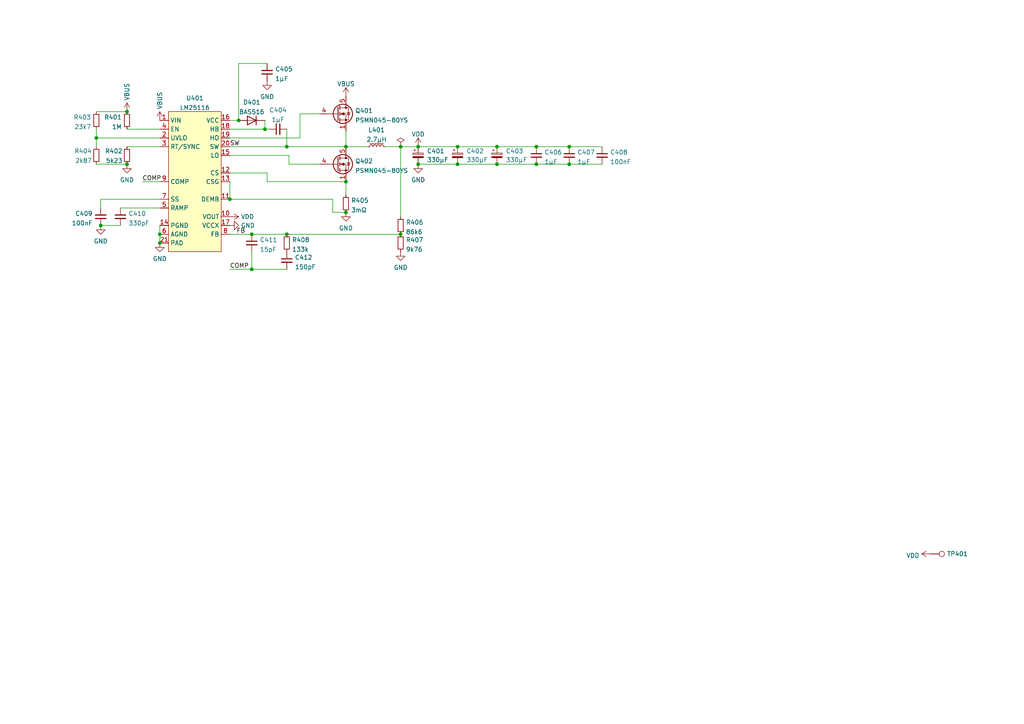
<source format=kicad_sch>
(kicad_sch (version 20211123) (generator eeschema)
  (paper "A4")
  (title_block (title "Backplane Management and Power") (date "2022-03-02") (rev "2") (company "Tristan Seifert"))
  (lib_symbols
    (symbol "68komputer-common:LM25116"
      (property "Reference" "U" (at 0 3.81 0))
      (property "Value" "LM25116" (at 0 1.27 0))
      (symbol "LM25116_0_1"
        (rectangle (start -7.62 0) (end 7.62 -40.64) (stroke (width 0.1524)) (fill (type background)))
      )
      (symbol "LM25116_1_1"
        (pin power_in line (at -10.16 -2.54 0) (length 2.54) (name "VIN") (number "1"))
        (pin input line (at 10.16 -30.48 180) (length 2.54) (name "VOUT") (number "10"))
        (pin input line (at 10.16 -25.4 180) (length 2.54) (name "DEMB") (number "11"))
        (pin input line (at 10.16 -17.78 180) (length 2.54) (name "CS") (number "12"))
        (pin input line (at 10.16 -20.32 180) (length 2.54) (name "CSG") (number "13"))
        (pin power_in line (at -10.16 -33.02 0) (length 2.54) (name "PGND") (number "14"))
        (pin output line (at 10.16 -12.7 180) (length 2.54) (name "LO") (number "15"))
        (pin passive line (at 10.16 -2.54 180) (length 2.54) (name "VCC") (number "16"))
        (pin input line (at 10.16 -33.02 180) (length 2.54) (name "VCCX") (number "17"))
        (pin passive line (at 10.16 -5.08 180) (length 2.54) (name "HB") (number "18"))
        (pin output line (at 10.16 -7.62 180) (length 2.54) (name "HO") (number "19"))
        (pin input line (at -10.16 -7.62 0) (length 2.54) (name "UVLO") (number "2"))
        (pin output line (at 10.16 -10.16 180) (length 2.54) (name "SW") (number "20"))
        (pin power_in line (at -10.16 -38.1 0) (length 2.54) (name "PAD") (number "21"))
        (pin input line (at -10.16 -10.16 0) (length 2.54) (name "RT/SYNC") (number "3"))
        (pin input line (at -10.16 -5.08 0) (length 2.54) (name "EN") (number "4"))
        (pin passive line (at -10.16 -27.94 0) (length 2.54) (name "RAMP") (number "5"))
        (pin power_in line (at -10.16 -35.56 0) (length 2.54) (name "AGND") (number "6"))
        (pin passive line (at -10.16 -25.4 0) (length 2.54) (name "SS") (number "7"))
        (pin input line (at 10.16 -35.56 180) (length 2.54) (name "FB") (number "8"))
        (pin input line (at -10.16 -20.32 0) (length 2.54) (name "COMP") (number "9"))
      )
    )
    (symbol "Connector:TestPoint" (pin_numbers hide) (pin_names (offset 0.762) hide)
      (property "Reference" "TP" (at 0 6.858 0))
      (property "Value" "TestPoint" (at 0 5.08 0))
      (symbol "TestPoint_0_1"
        (circle (center 0 3.302) (radius 0.762))
      )
      (symbol "TestPoint_1_1"
        (pin passive line (at 0 0 90) (length 2.54) (name "1") (number "1"))
      )
    )
    (symbol "Device:C_Polarized_Small" (pin_numbers hide) (pin_names (offset 0.254) hide)
      (property "Reference" "C" (at 0.254 1.778 0))
      (property "Value" "C_Polarized_Small" (at 0.254 -2.032 0))
      (symbol "C_Polarized_Small_0_1"
        (rectangle (start -1.524 -0.3048) (end 1.524 -0.6858) (fill (type outline)))
        (rectangle (start -1.524 0.6858) (end 1.524 0.3048))
        (polyline (pts (xy -1.27 1.524) (xy -0.762 1.524)))
        (polyline (pts (xy -1.016 1.27) (xy -1.016 1.778)))
      )
      (symbol "C_Polarized_Small_1_1"
        (pin passive line (at 0 2.54 270) (length 1.8542) (name "~") (number "1"))
        (pin passive line (at 0 -2.54 90) (length 1.8542) (name "~") (number "2"))
      )
    )
    (symbol "Device:C_Small" (pin_numbers hide) (pin_names (offset 0.254) hide)
      (property "Reference" "C" (at 0.254 1.778 0))
      (property "Value" "C_Small" (at 0.254 -2.032 0))
      (symbol "C_Small_0_1"
        (polyline (pts (xy -1.524 -0.508) (xy 1.524 -0.508)) (stroke (width 0.3302)))
        (polyline (pts (xy -1.524 0.508) (xy 1.524 0.508)) (stroke (width 0.3048)))
      )
      (symbol "C_Small_1_1"
        (pin passive line (at 0 2.54 270) (length 2.032) (name "~") (number "1"))
        (pin passive line (at 0 -2.54 90) (length 2.032) (name "~") (number "2"))
      )
    )
    (symbol "Device:L_Ferrite_Small" (pin_numbers hide) (pin_names (offset 0.254) hide)
      (property "Reference" "L" (at 1.27 1.016 0))
      (property "Value" "L_Ferrite_Small" (at 1.27 -1.27 0))
      (symbol "L_Ferrite_Small_0_1"
        (arc (start 0 -2.032) (mid 0.508 -1.524) (end 0 -1.016))
        (arc (start 0 -1.016) (mid 0.508 -0.508) (end 0 0))
        (polyline (pts (xy 0.762 -1.905) (xy 0.762 -1.651)))
        (polyline (pts (xy 0.762 -1.397) (xy 0.762 -1.143)))
        (polyline (pts (xy 0.762 -0.889) (xy 0.762 -0.635)))
        (polyline (pts (xy 0.762 -0.381) (xy 0.762 -0.127)))
        (polyline (pts (xy 0.762 0.127) (xy 0.762 0.381)))
        (polyline (pts (xy 0.762 0.635) (xy 0.762 0.889)))
        (polyline (pts (xy 0.762 1.143) (xy 0.762 1.397)))
        (polyline (pts (xy 0.762 1.651) (xy 0.762 1.905)))
        (polyline (pts (xy 1.016 -1.651) (xy 1.016 -1.905)))
        (polyline (pts (xy 1.016 -1.143) (xy 1.016 -1.397)))
        (polyline (pts (xy 1.016 -0.635) (xy 1.016 -0.889)))
        (polyline (pts (xy 1.016 -0.127) (xy 1.016 -0.381)))
        (polyline (pts (xy 1.016 0.381) (xy 1.016 0.127)))
        (polyline (pts (xy 1.016 0.889) (xy 1.016 0.635)))
        (polyline (pts (xy 1.016 1.397) (xy 1.016 1.143)))
        (polyline (pts (xy 1.016 1.905) (xy 1.016 1.651)))
        (arc (start 0 0) (mid 0.508 0.508) (end 0 1.016))
        (arc (start 0 1.016) (mid 0.508 1.524) (end 0 2.032))
      )
      (symbol "L_Ferrite_Small_1_1"
        (pin passive line (at 0 2.54 270) (length 0.508) (name "~") (number "1"))
        (pin passive line (at 0 -2.54 90) (length 0.508) (name "~") (number "2"))
      )
    )
    (symbol "Device:R_Small" (pin_numbers hide) (pin_names (offset 0.254) hide)
      (property "Reference" "R" (at 0.762 0.508 0))
      (property "Value" "R_Small" (at 0.762 -1.016 0))
      (symbol "R_Small_0_1"
        (rectangle (start -0.762 1.778) (end 0.762 -1.778) (stroke (width 0.2032)))
      )
      (symbol "R_Small_1_1"
        (pin passive line (at 0 2.54 270) (length 0.762) (name "~") (number "1"))
        (pin passive line (at 0 -2.54 90) (length 0.762) (name "~") (number "2"))
      )
    )
    (symbol "Diode:BAS516" (pin_numbers hide) (pin_names (offset 1.016) hide)
      (property "Reference" "D" (at 0 2.54 0))
      (property "Value" "BAS516" (at 0 -2.54 0))
      (symbol "BAS516_0_1"
        (polyline (pts (xy -1.27 1.27) (xy -1.27 -1.27)) (stroke (width 0.254)))
        (polyline (pts (xy 1.27 0) (xy -1.27 0)))
        (polyline (pts (xy 1.27 1.27) (xy 1.27 -1.27) (xy -1.27 0) (xy 1.27 1.27)) (stroke (width 0.254)))
      )
      (symbol "BAS516_1_1"
        (pin passive line (at -3.81 0 0) (length 2.54) (name "K") (number "1"))
        (pin passive line (at 3.81 0 180) (length 2.54) (name "A") (number "2"))
      )
    )
    (symbol "Transistor_FET:PSMN5R2-60YL" (pin_names hide)
      (property "Reference" "Q" (at 6.35 2.54 0))
      (property "Value" "PSMN5R2-60YL" (at 12.7 0 0))
      (symbol "PSMN5R2-60YL_0_1"
        (polyline (pts (xy 0.254 0) (xy -2.54 0)))
        (polyline (pts (xy 0.254 1.905) (xy 0.254 -1.905)) (stroke (width 0.254)))
        (polyline (pts (xy 0.762 -1.27) (xy 0.762 -2.286)) (stroke (width 0.254)))
        (polyline (pts (xy 0.762 0.508) (xy 0.762 -0.508)) (stroke (width 0.254)))
        (polyline (pts (xy 0.762 2.286) (xy 0.762 1.27)) (stroke (width 0.254)))
        (polyline (pts (xy 2.54 2.54) (xy 2.54 1.778)))
        (polyline (pts (xy 2.54 -2.54) (xy 2.54 0) (xy 0.762 0)))
        (polyline (pts (xy 0.762 -1.778) (xy 3.302 -1.778) (xy 3.302 1.778) (xy 0.762 1.778)))
        (polyline (pts (xy 1.016 0) (xy 2.032 0.381) (xy 2.032 -0.381) (xy 1.016 0)) (fill (type outline)))
        (polyline (pts (xy 2.794 0.508) (xy 2.921 0.381) (xy 3.683 0.381) (xy 3.81 0.254)))
        (polyline (pts (xy 3.302 0.381) (xy 2.921 -0.254) (xy 3.683 -0.254) (xy 3.302 0.381)))
        (circle (center 1.651 0) (radius 2.794) (stroke (width 0.254)))
        (circle (center 2.54 -1.778) (radius 0.254) (fill (type outline)))
        (circle (center 2.54 1.778) (radius 0.254) (fill (type outline)))
      )
      (symbol "PSMN5R2-60YL_1_1"
        (pin passive line (at 2.54 -5.08 90) (length 2.54) (name "S") (number "1"))
        (pin passive line (at 2.54 -5.08 90) (length 2.54) hide (name "S") (number "2"))
        (pin passive line (at 2.54 -5.08 90) (length 2.54) hide (name "S") (number "3"))
        (pin passive line (at -5.08 0 0) (length 2.54) (name "G") (number "4"))
        (pin passive line (at 2.54 5.08 270) (length 2.54) (name "D") (number "5"))
      )
    )
    (symbol "power:GND" (power) (pin_names (offset 0))
      (property "Value" "GND" (at 0 -3.81 0))
      (symbol "GND_0_1"
        (polyline (pts (xy 0 0) (xy 0 -1.27) (xy 1.27 -1.27) (xy 0 -2.54) (xy -1.27 -1.27) (xy 0 -1.27)))
      )
      (symbol "GND_1_1"
        (pin power_in line (at 0 0 270) (length 0) hide (name "GND") (number "1"))
      )
    )
    (symbol "power:PWR_FLAG" (power) (pin_numbers hide) (pin_names (offset 0) hide)
      (property "Value" "PWR_FLAG" (at 0 3.81 0))
      (symbol "PWR_FLAG_0_0"
        (pin power_out line (at 0 0 90) (length 0) (name "pwr") (number "1"))
      )
      (symbol "PWR_FLAG_0_1"
        (polyline (pts (xy 0 0) (xy 0 1.27) (xy -1.016 1.905) (xy 0 2.54) (xy 1.016 1.905) (xy 0 1.27)))
      )
    )
    (symbol "power:VBUS" (power) (pin_names (offset 0))
      (property "Value" "VBUS" (at 0 3.81 0))
      (symbol "VBUS_0_1"
        (polyline (pts (xy -0.762 1.27) (xy 0 2.54)))
        (polyline (pts (xy 0 0) (xy 0 2.54)))
        (polyline (pts (xy 0 2.54) (xy 0.762 1.27)))
      )
      (symbol "VBUS_1_1"
        (pin power_in line (at 0 0 90) (length 0) hide (name "VBUS") (number "1"))
      )
    )
    (symbol "power:VDD" (power) (pin_names (offset 0))
      (property "Value" "VDD" (at 0 3.81 0))
      (symbol "VDD_0_1"
        (polyline (pts (xy -0.762 1.27) (xy 0 2.54)))
        (polyline (pts (xy 0 0) (xy 0 2.54)))
        (polyline (pts (xy 0 2.54) (xy 0.762 1.27)))
      )
      (symbol "VDD_1_1"
        (pin power_in line (at 0 0 90) (length 0) hide (name "VDD") (number "1"))
      )
    )
  )
  (junction (at 83.185 67.945))
  (junction (at 27.94 40.005))
  (junction (at 155.575 42.545))
  (junction (at 100.33 61.595))
  (junction (at 121.285 42.545))
  (junction (at 73.025 78.105))
  (junction (at 121.285 47.625))
  (junction (at 46.355 70.485))
  (junction (at 132.715 47.625))
  (junction (at 76.835 37.465))
  (junction (at 66.675 57.785))
  (junction (at 36.83 32.385))
  (junction (at 69.215 34.925))
  (junction (at 100.33 42.545))
  (junction (at 29.21 65.405))
  (junction (at 165.1 47.625))
  (junction (at 144.145 47.625))
  (junction (at 46.355 67.945))
  (junction (at 132.715 42.545))
  (junction (at 100.33 52.705))
  (junction (at 36.83 47.625))
  (junction (at 144.145 42.545))
  (junction (at 83.185 42.545))
  (junction (at 73.025 67.945))
  (junction (at 165.1 42.545))
  (junction (at 116.205 42.545))
  (junction (at 116.205 67.945))
  (junction (at 155.575 47.625))
  (wire (pts (xy 36.83 37.465) (xy 46.355 37.465)))
  (wire (pts (xy 46.355 67.945) (xy 46.355 70.485)))
  (wire (pts (xy 73.025 78.105) (xy 73.025 73.025)))
  (wire (pts (xy 66.675 50.165) (xy 77.47 50.165)))
  (wire (pts (xy 144.145 42.545) (xy 155.575 42.545)))
  (wire (pts (xy 83.82 45.085) (xy 83.82 47.625)))
  (wire (pts (xy 66.675 52.705) (xy 66.675 57.785)))
  (wire (pts (xy 96.52 57.785) (xy 96.52 61.595)))
  (wire (pts (xy 83.82 47.625) (xy 92.71 47.625)))
  (wire (pts (xy 111.76 42.545) (xy 116.205 42.545)))
  (wire (pts (xy 66.675 42.545) (xy 83.185 42.545)))
  (wire (pts (xy 100.33 42.545) (xy 106.68 42.545)))
  (wire (pts (xy 41.275 52.705) (xy 46.355 52.705)))
  (wire (pts (xy 116.205 42.545) (xy 116.205 62.865)))
  (wire (pts (xy 116.205 42.545) (xy 121.285 42.545)))
  (wire (pts (xy 155.575 42.545) (xy 165.1 42.545)))
  (wire (pts (xy 73.025 67.945) (xy 83.185 67.945)))
  (wire (pts (xy 76.835 37.465) (xy 78.105 37.465)))
  (wire (pts (xy 27.94 37.465) (xy 27.94 40.005)))
  (wire (pts (xy 46.355 65.405) (xy 46.355 67.945)))
  (wire (pts (xy 36.83 42.545) (xy 46.355 42.545)))
  (wire (pts (xy 77.47 50.165) (xy 77.47 52.705)))
  (wire (pts (xy 66.675 40.005) (xy 86.995 40.005)))
  (wire (pts (xy 66.675 57.785) (xy 96.52 57.785)))
  (wire (pts (xy 83.185 78.105) (xy 73.025 78.105)))
  (wire (pts (xy 27.94 47.625) (xy 36.83 47.625)))
  (wire (pts (xy 83.185 37.465) (xy 83.185 42.545)))
  (wire (pts (xy 69.215 18.415) (xy 77.47 18.415)))
  (wire (pts (xy 144.145 47.625) (xy 155.575 47.625)))
  (wire (pts (xy 165.1 47.625) (xy 174.625 47.625)))
  (wire (pts (xy 96.52 61.595) (xy 100.33 61.595)))
  (wire (pts (xy 132.715 42.545) (xy 144.145 42.545)))
  (wire (pts (xy 66.675 67.945) (xy 73.025 67.945)))
  (wire (pts (xy 66.675 45.085) (xy 83.82 45.085)))
  (wire (pts (xy 29.21 60.325) (xy 29.21 57.785)))
  (wire (pts (xy 100.33 52.705) (xy 100.33 56.515)))
  (wire (pts (xy 155.575 47.625) (xy 165.1 47.625)))
  (wire (pts (xy 121.285 47.625) (xy 132.715 47.625)))
  (wire (pts (xy 27.94 40.005) (xy 27.94 42.545)))
  (wire (pts (xy 66.675 34.925) (xy 69.215 34.925)))
  (wire (pts (xy 29.21 65.405) (xy 34.925 65.405)))
  (wire (pts (xy 69.215 18.415) (xy 69.215 34.925)))
  (wire (pts (xy 132.715 47.625) (xy 144.145 47.625)))
  (wire (pts (xy 29.21 57.785) (xy 46.355 57.785)))
  (wire (pts (xy 86.995 40.005) (xy 86.995 33.02)))
  (wire (pts (xy 66.675 78.105) (xy 73.025 78.105)))
  (wire (pts (xy 121.285 42.545) (xy 132.715 42.545)))
  (wire (pts (xy 83.185 67.945) (xy 116.205 67.945)))
  (wire (pts (xy 76.835 34.925) (xy 76.835 37.465)))
  (wire (pts (xy 100.33 38.1) (xy 100.33 42.545)))
  (wire (pts (xy 86.995 33.02) (xy 92.71 33.02)))
  (wire (pts (xy 83.185 42.545) (xy 100.33 42.545)))
  (wire (pts (xy 27.94 32.385) (xy 36.83 32.385)))
  (wire (pts (xy 46.355 40.005) (xy 27.94 40.005)))
  (wire (pts (xy 34.925 60.325) (xy 46.355 60.325)))
  (wire (pts (xy 165.1 42.545) (xy 174.625 42.545)))
  (wire (pts (xy 66.675 37.465) (xy 76.835 37.465)))
  (wire (pts (xy 77.47 52.705) (xy 100.33 52.705)))
  (label "COMP" (at 66.675 78.105 0))
  (label "FB" (at 68.58 67.945 0))
  (label "SW" (at 66.675 42.545 0))
  (label "COMP" (at 41.275 52.705 0))
  (symbol (lib_id "power:VBUS") (at 36.83 32.385 0) (unit 1)
    (property "Reference" "#PWR0404" (effects hide))
    (property "Value" "VBUS" (at 36.83 29.21 90) (effects (justify left)))
  )
  (symbol (lib_id "Device:R_Small") (at 100.33 59.055 0) (unit 1)
    (property "Reference" "R405" (at 101.8286 58.1465 0) (effects (justify left)))
    (property "Value" "3mΩ" (at 101.8286 60.9216 0) (effects (justify left)))
    (property "Footprint" "Resistor_SMD:R_2512_6332Metric_Pad1.40x3.35mm_HandSolder" (effects hide))
    (property "MPN" "LRMAP2512-R003FT4" (effects hide))
  )
  (symbol (lib_id "power:GND") (at 121.285 47.625 0) (unit 1)
    (property "Reference" "#PWR0114" (effects hide))
    (property "Value" "GND" (at 121.285 52.1875 0))
  )
  (symbol (lib_id "Device:R_Small") (at 116.205 65.405 0) (unit 1)
    (property "Reference" "R406" (at 117.7036 64.4965 0) (effects (justify left)))
    (property "Value" "86k6" (at 117.7036 67.2716 0) (effects (justify left)))
    (property "Footprint" "Resistor_SMD:R_0805_2012Metric" (effects hide))
    (property "MPN" "RC0805FR-0786K6L" (effects hide))
  )
  (symbol (lib_id "power:VDD") (at 121.285 42.545 0) (unit 1)
    (property "Reference" "#PWR0115" (effects hide))
    (property "Value" "VDD" (at 121.285 38.9405 0))
  )
  (symbol (lib_id "Device:R_Small") (at 116.205 70.485 0) (unit 1)
    (property "Reference" "R407" (at 117.7036 69.5765 0) (effects (justify left)))
    (property "Value" "9k76" (at 117.7036 72.3516 0) (effects (justify left)))
    (property "Footprint" "Resistor_SMD:R_0805_2012Metric" (effects hide))
    (property "MPN" "RC0805FR-079K76L" (effects hide))
  )
  (symbol (lib_id "Device:C_Small") (at 155.575 45.085 0) (unit 1)
    (property "Reference" "C406" (at 157.8991 44.1765 0) (effects (justify left)))
    (property "Value" "1µF" (at 157.8991 46.9516 0) (effects (justify left)))
    (property "Footprint" "Capacitor_SMD:C_0805_2012Metric" (effects hide))
  )
  (symbol (lib_id "68komputer-common:LM25116") (at 56.515 32.385 0) (unit 1)
    (property "Reference" "U401" (at 56.515 28.4693 0))
    (property "Value" "LM25116" (at 56.515 31.2444 0))
    (property "Footprint" "Package_SO:HTSSOP-20-1EP_4.4x6.5mm_P0.65mm_EP2.85x4mm" (effects hide))
    (property "Datasheet" "https://www.ti.com/lit/ds/symlink/lm25116.pdf" (effects hide))
  )
  (symbol (lib_id "Device:C_Polarized_Small") (at 144.145 45.085 0) (unit 1)
    (property "Reference" "C403" (at 146.685 43.815 0) (effects (justify left)))
    (property "Value" "330µF" (at 146.685 46.355 0) (effects (justify left)))
    (property "Footprint" "Capacitor_THT:CP_Radial_D8.0mm_P3.50mm" (effects hide))
    (property "MPN" "860010474012" (effects hide))
  )
  (symbol (lib_id "power:VBUS") (at 100.33 27.94 0) (unit 1)
    (property "Reference" "#PWR0402" (effects hide))
    (property "Value" "VBUS" (at 100.33 24.3355 0))
  )
  (symbol (lib_id "Device:C_Small") (at 165.1 45.085 0) (unit 1)
    (property "Reference" "C407" (at 167.4241 44.1765 0) (effects (justify left)))
    (property "Value" "1µF" (at 167.4241 46.9516 0) (effects (justify left)))
    (property "Footprint" "Capacitor_SMD:C_0805_2012Metric" (effects hide))
  )
  (symbol (lib_id "Connector:TestPoint") (at 269.875 160.655 270) (unit 1)
    (property "Reference" "TP401" (at 274.6502 160.655 90) (effects (justify left)))
    (property "Value" "VDD" (effects hide))
    (property "Footprint" "TestPoint:TestPoint_Loop_D2.60mm_Drill1.4mm_Beaded" (effects hide))
    (property "MPN" "534-5001" (effects hide))
  )
  (symbol (lib_id "Transistor_FET:PSMN5R2-60YL") (at 97.79 47.625 0) (unit 1)
    (property "Reference" "Q402" (at 102.997 46.7165 0) (effects (justify left)))
    (property "Value" "PSMN045-80YS" (at 102.997 49.4916 0) (effects (justify left)))
    (property "Footprint" "Package_TO_SOT_SMD:LFPAK56" (effects hide))
    (property "Datasheet" "https://www.mouser.com/datasheet/2/916/PSMN045-80YS-1320711.pdf" (effects hide))
    (property "MPN" "PSMN045-80YS,115" (effects hide))
  )
  (symbol (lib_id "Device:L_Ferrite_Small") (at 109.22 42.545 90) (unit 1)
    (property "Reference" "L401" (at 109.22 37.6895 90))
    (property "Value" "2.7µH" (at 109.22 40.4646 90))
    (property "Footprint" "68komputer-common:Bourns_Inc.-SRP1250-0-0-MFG" (effects hide))
    (property "MPN" "SRP1250-2R7M" (effects hide))
  )
  (symbol (lib_id "Transistor_FET:PSMN5R2-60YL") (at 97.79 33.02 0) (unit 1)
    (property "Reference" "Q401" (at 102.997 32.1115 0) (effects (justify left)))
    (property "Value" "PSMN045-80YS" (at 102.997 34.8866 0) (effects (justify left)))
    (property "Footprint" "Package_TO_SOT_SMD:LFPAK56" (effects hide))
    (property "Datasheet" "https://www.mouser.com/datasheet/2/916/PSMN045-80YS-1320711.pdf" (effects hide))
    (property "MPN" "PSMN045-80YS,115" (effects hide))
  )
  (symbol (lib_id "power:GND") (at 116.205 73.025 0) (unit 1)
    (property "Reference" "#PWR0412" (effects hide))
    (property "Value" "GND" (at 116.205 77.5875 0))
  )
  (symbol (lib_id "power:VDD") (at 269.875 160.655 90) (unit 1)
    (property "Reference" "#PWR0401" (effects hide))
    (property "Value" "VDD" (at 266.7 161.134 90) (effects (justify left)))
  )
  (symbol (lib_id "Device:C_Small") (at 174.625 45.085 0) (unit 1)
    (property "Reference" "C408" (at 176.9491 44.1765 0) (effects (justify left)))
    (property "Value" "100nF" (at 176.9491 46.9516 0) (effects (justify left)))
    (property "Footprint" "Capacitor_SMD:C_0805_2012Metric" (effects hide))
  )
  (symbol (lib_id "power:GND") (at 66.675 65.405 90) (unit 1)
    (property "Reference" "#PWR0410" (effects hide))
    (property "Value" "GND" (at 69.85 65.405 90) (effects (justify right)))
  )
  (symbol (lib_id "Device:R_Small") (at 83.185 70.485 0) (unit 1)
    (property "Reference" "R408" (at 84.6836 69.5765 0) (effects (justify left)))
    (property "Value" "133k" (at 84.6836 72.3516 0) (effects (justify left)))
    (property "Footprint" "Resistor_SMD:R_0805_2012Metric" (effects hide))
  )
  (symbol (lib_id "power:GND") (at 36.83 47.625 0) (unit 1)
    (property "Reference" "#PWR0409" (effects hide))
    (property "Value" "GND" (at 36.83 52.1875 0))
  )
  (symbol (lib_id "power:GND") (at 29.21 65.405 0) (unit 1)
    (property "Reference" "#PWR0411" (effects hide))
    (property "Value" "GND" (at 29.21 69.9675 0))
  )
  (symbol (lib_id "Device:C_Small") (at 80.645 37.465 90) (unit 1)
    (property "Reference" "C404" (at 80.6513 31.9364 90))
    (property "Value" "1µF" (at 80.6513 34.7115 90))
    (property "Footprint" "Capacitor_SMD:C_0805_2012Metric" (effects hide))
  )
  (symbol (lib_id "Device:C_Polarized_Small") (at 132.715 45.085 0) (unit 1)
    (property "Reference" "C402" (at 135.255 43.815 0) (effects (justify left)))
    (property "Value" "330µF" (at 135.255 46.355 0) (effects (justify left)))
    (property "Footprint" "Capacitor_THT:CP_Radial_D8.0mm_P3.50mm" (effects hide))
    (property "MPN" "860010474012" (effects hide))
  )
  (symbol (lib_id "Device:R_Small") (at 27.94 34.925 0) (mirror x) (unit 1)
    (property "Reference" "R403" (at 26.4415 34.0165 0) (effects (justify right)))
    (property "Value" "23k7" (at 26.4415 36.7916 0) (effects (justify right)))
    (property "Footprint" "Resistor_SMD:R_0805_2012Metric" (effects hide))
    (property "MPN" "CR0805-FX-5231ELF" (effects hide))
  )
  (symbol (lib_id "Device:C_Small") (at 29.21 62.865 0) (mirror x) (unit 1)
    (property "Reference" "C409" (at 26.8859 61.9501 0) (effects (justify right)))
    (property "Value" "100nF" (at 26.8859 64.7252 0) (effects (justify right)))
    (property "Footprint" "Capacitor_SMD:C_0805_2012Metric" (effects hide))
  )
  (symbol (lib_id "Device:C_Small") (at 77.47 20.955 180) (unit 1)
    (property "Reference" "C405" (at 79.7941 20.0401 0) (effects (justify right)))
    (property "Value" "1µF" (at 79.7941 22.8152 0) (effects (justify right)))
    (property "Footprint" "Capacitor_SMD:C_0805_2012Metric" (effects hide))
  )
  (symbol (lib_id "power:GND") (at 100.33 61.595 0) (unit 1)
    (property "Reference" "#PWR0408" (effects hide))
    (property "Value" "GND" (at 100.33 66.1575 0))
  )
  (symbol (lib_id "Device:R_Small") (at 36.83 34.925 0) (mirror x) (unit 1)
    (property "Reference" "R401" (at 35.3314 34.0165 0) (effects (justify right)))
    (property "Value" "1M" (at 35.3314 36.7916 0) (effects (justify right)))
    (property "Footprint" "Resistor_SMD:R_0805_2012Metric" (effects hide))
  )
  (symbol (lib_id "Device:C_Small") (at 34.925 62.865 0) (unit 1)
    (property "Reference" "C410" (at 37.2491 61.9628 0) (effects (justify left)))
    (property "Value" "330pF" (at 37.2491 64.7379 0) (effects (justify left)))
    (property "Footprint" "Capacitor_SMD:C_0805_2012Metric" (effects hide))
  )
  (symbol (lib_id "power:VBUS") (at 46.355 34.925 0) (unit 1)
    (property "Reference" "#PWR0405" (effects hide))
    (property "Value" "VBUS" (at 46.355 31.75 90) (effects (justify left)))
  )
  (symbol (lib_id "Device:R_Small") (at 27.94 45.085 0) (mirror x) (unit 1)
    (property "Reference" "R404" (at 26.67 43.815 0) (effects (justify right)))
    (property "Value" "2k87" (at 26.67 46.5901 0) (effects (justify right)))
    (property "Footprint" "Resistor_SMD:R_0805_2012Metric" (effects hide))
    (property "MPN" "CR0805-FX-5231ELF" (effects hide))
  )
  (symbol (lib_id "Diode:BAS516") (at 73.025 34.925 180) (unit 1)
    (property "Reference" "D401" (at 73.025 29.6885 0))
    (property "Value" "BAS516" (at 73.025 32.4636 0))
    (property "Footprint" "Diode_SMD:D_SOD-523" (effects hide))
    (property "Datasheet" "https://assets.nexperia.com/documents/data-sheet/BAS16_SER.pdf" (effects hide))
    (property "MPN" "BAS516-TP" (effects hide))
  )
  (symbol (lib_id "power:VDD") (at 66.675 62.865 270) (unit 1)
    (property "Reference" "#PWR0407" (effects hide))
    (property "Value" "VDD" (at 69.85 62.865 90) (effects (justify left)))
  )
  (symbol (lib_id "power:GND") (at 46.355 70.485 0) (unit 1)
    (property "Reference" "#PWR0406" (effects hide))
    (property "Value" "GND" (at 46.355 75.0475 0))
  )
  (symbol (lib_id "Device:C_Polarized_Small") (at 121.285 45.085 0) (unit 1)
    (property "Reference" "C401" (at 123.825 43.815 0) (effects (justify left)))
    (property "Value" "330µF" (at 123.825 46.355 0) (effects (justify left)))
    (property "Footprint" "Capacitor_THT:CP_Radial_D8.0mm_P3.50mm" (effects hide))
    (property "MPN" "860010474012" (effects hide))
  )
  (symbol (lib_id "Device:R_Small") (at 36.83 45.085 0) (mirror x) (unit 1)
    (property "Reference" "R402" (at 35.56 43.815 0) (effects (justify right)))
    (property "Value" "5k23" (at 35.56 46.5901 0) (effects (justify right)))
    (property "Footprint" "Resistor_SMD:R_0805_2012Metric" (effects hide))
    (property "MPN" "CR0805-FX-5231ELF" (effects hide))
  )
  (symbol (lib_id "Device:C_Small") (at 73.025 70.485 0) (unit 1)
    (property "Reference" "C411" (at 75.3491 69.5828 0) (effects (justify left)))
    (property "Value" "15pF" (at 75.3491 72.3579 0) (effects (justify left)))
    (property "Footprint" "Capacitor_SMD:C_0805_2012Metric" (effects hide))
    (property "MPN" "885012007052" (effects hide))
  )
  (symbol (lib_id "power:GND") (at 77.47 23.495 0) (unit 1)
    (property "Reference" "#PWR0403" (effects hide))
    (property "Value" "GND" (at 77.47 28.0575 0))
  )
  (symbol (lib_id "power:PWR_FLAG") (at 116.205 42.545 0) (unit 1)
    (property "Reference" "#FLG0103" (effects hide))
    (property "Value" "PWR_FLAG" (effects hide))
  )
  (symbol (lib_id "Device:C_Small") (at 83.185 75.565 0) (unit 1)
    (property "Reference" "C412" (at 85.5091 74.6628 0) (effects (justify left)))
    (property "Value" "150pF" (at 85.5091 77.4379 0) (effects (justify left)))
    (property "Footprint" "Capacitor_SMD:C_0805_2012Metric" (effects hide))
    (property "MPN" "885012207081" (effects hide))
  )
)
</source>
